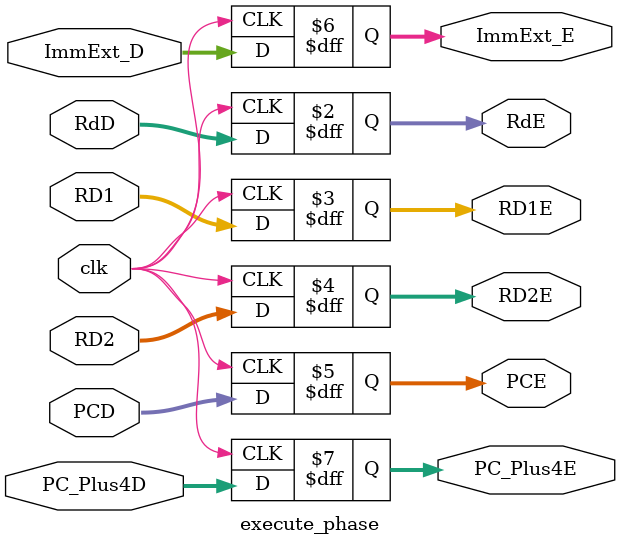
<source format=sv>
module execute_phase (
    input logic clk,
    input logic [31:0] RD1,RD2,PCD,ImmExt_D,PC_Plus4D,
    input logic [4:0] RdD,
    output  logic [4:0] RdE,
    output  logic [31:0] RD1E,RD2E,PCE,ImmExt_E,PC_Plus4E
);
   always_ff @(posedge clk)
      begin
            RD1E<=RD1;
            RD2E<=RD2;
            PCE<=PCD;
            RdE<=RdD;
            ImmExt_E<=ImmExt_D;
            PC_Plus4E<=PC_Plus4D;
      end                       
endmodule

</source>
